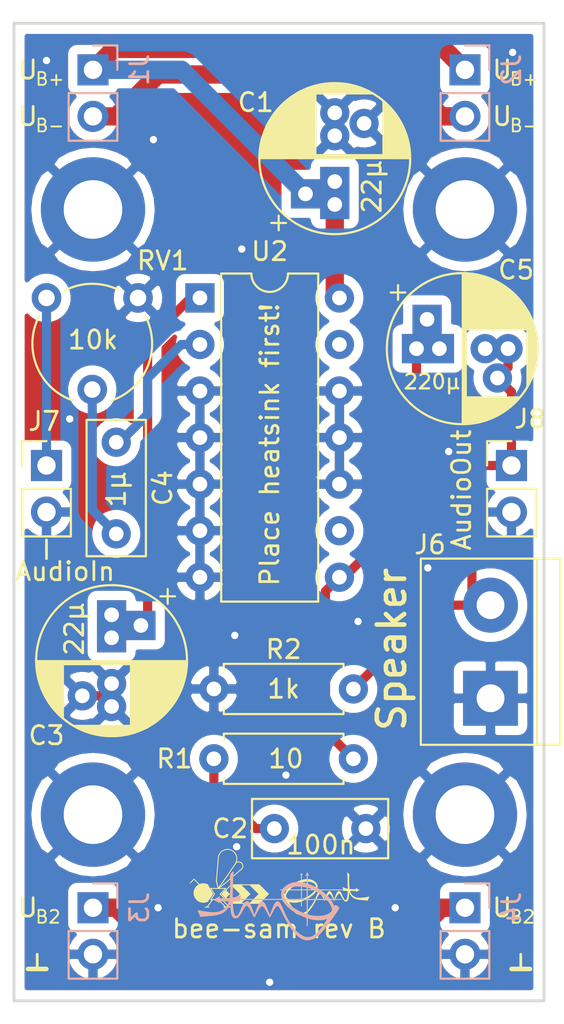
<source format=kicad_pcb>
(kicad_pcb (version 20171130) (host pcbnew 5.1.9+dfsg1-1)
  (layers (0 F.Cu signal) (31 B.Cu signal) (34 B.Paste user) (35 F.Paste user) (36 B.SilkS user) (37 F.SilkS user) (38 B.Mask user) (39 F.Mask user) (44 Edge.Cuts user))
  (net 0 "")
  (net 1 -15V)
  (net 2 +15V)
  (net 3 GND)
  (net 4 +5V)
  (net 5 "Net-(C3-Pad1)")
  (net 6 "Net-(C5-Pad2)")
  (net 7 "Net-(C2-Pad1)")
  (net 8 "Net-(J7-Pad1)")
  (net 9 "Net-(C5-Pad1)")
  (net 10 "Net-(C4-Pad2)")
  (net 11 "Net-(C4-Pad1)")
  (net 12 "Net-(U2-Pad13)")
  (net 13 "Net-(U2-Pad9)")
  (module Resistor_THT:R_Axial_DIN0207_L6.3mm_D2.5mm_P7.62mm_Horizontal (layer F.Cu) (at 92.964 129.032 180)
    (fp_text reference R1 (at 9.779 0) (layer F.SilkS))
    (fp_text value 10 (at 3.683 0) (layer F.SilkS))
    (pad 2 thru_hole oval (at 7.62 0 180) (size 1.6 1.6) (drill 0.8) (layers *.Cu *.Mask) (net 7 "Net-(C2-Pad1)"))
    (pad 1 thru_hole circle (at 0 0 180) (size 1.6 1.6) (drill 0.8) (layers *.Cu *.Mask) (net 9 "Net-(C5-Pad1)"))
  )
  (module Symbol-emt:EMT-Logo_8.2x4.1mm_Silkscreen (layer B.Cu) (at 88.4 137.05 180)
    (fp_text reference H15)
    (fp_text value Silkscreen_Label)
  )
  (module kicad-footprints-bee:CP_Radial_D8.0mm_P2.50mm_P3.80mm_P5.00mm (layer F.Cu) (at 97.663 106.6546)
    (fp_text reference C5 (at 4.191 -4.2926) (layer F.SilkS))
    (fp_text value 220µ (at -0.381 1.8034) (layer F.SilkS) (effects (font (size 0.8 0.8) (thickness 0.13))))
    (pad 2 thru_hole circle (at 3.75 0) (size 1.6 1.6) (drill 0.8) (layers *.Cu *.Mask) (net 6 "Net-(C5-Pad2)"))
    (pad 1 thru_hole rect (at -1.25 0) (size 1.6 1.6) (drill 0.8) (layers *.Cu *.Mask) (net 9 "Net-(C5-Pad1)"))
    (pad 2 thru_hole circle (at 3.170937 1.6) (size 1.6 1.6) (drill 0.8) (layers *.Cu *.Mask) (net 6 "Net-(C5-Pad2)"))
    (pad 1 thru_hole rect (at -0.670937 -1.6) (size 1.6 1.6) (drill 0.8) (layers *.Cu *.Mask) (net 9 "Net-(C5-Pad1)"))
    (pad 2 thru_hole circle (at 2.5 0) (size 1.6 1.6) (drill 0.8) (layers *.Cu *.Mask) (net 6 "Net-(C5-Pad2)"))
    (pad 1 thru_hole rect (at 0 0) (size 1.6 1.6) (drill 0.8) (layers *.Cu *.Mask) (net 9 "Net-(C5-Pad1)"))
  )
  (module kicad-footprints-bee:CP_Radial_D8.0mm_P2.50mm_P3.80mm_P5.00mm (layer F.Cu) (at 79.756 122.428 270)
    (fp_text reference C3 (at 5.334 3.556 180) (layer F.SilkS))
    (fp_text value 22µ (at -0.508 2.032 270) (layer F.SilkS))
    (pad 2 thru_hole circle (at 3.75 0 270) (size 1.6 1.6) (drill 0.8) (layers *.Cu *.Mask) (net 3 GND))
    (pad 1 thru_hole rect (at -1.25 0 270) (size 1.6 1.6) (drill 0.8) (layers *.Cu *.Mask) (net 5 "Net-(C3-Pad1)"))
    (pad 2 thru_hole circle (at 3.170937 1.6 270) (size 1.6 1.6) (drill 0.8) (layers *.Cu *.Mask) (net 3 GND))
    (pad 1 thru_hole rect (at -0.670937 -1.6 270) (size 1.6 1.6) (drill 0.8) (layers *.Cu *.Mask) (net 5 "Net-(C3-Pad1)"))
    (pad 2 thru_hole circle (at 2.5 0 270) (size 1.6 1.6) (drill 0.8) (layers *.Cu *.Mask) (net 3 GND))
    (pad 1 thru_hole rect (at 0 0 270) (size 1.6 1.6) (drill 0.8) (layers *.Cu *.Mask) (net 5 "Net-(C3-Pad1)"))
  )
  (module kicad-footprints-bee:CP_Radial_D8.0mm_P2.50mm_P3.80mm_P5.00mm (layer F.Cu) (at 91.948 97.536 90)
    (fp_text reference C1 (at 4.318 -4.318 180) (layer F.SilkS))
    (fp_text value 22µ (at -0.254 2.032 90) (layer F.SilkS))
    (pad 2 thru_hole circle (at 3.75 0 90) (size 1.6 1.6) (drill 0.8) (layers *.Cu *.Mask) (net 3 GND))
    (pad 1 thru_hole rect (at -1.25 0 90) (size 1.6 1.6) (drill 0.8) (layers *.Cu *.Mask) (net 2 +15V))
    (pad 2 thru_hole circle (at 3.170937 1.6 90) (size 1.6 1.6) (drill 0.8) (layers *.Cu *.Mask) (net 3 GND))
    (pad 1 thru_hole rect (at -0.670937 -1.6 90) (size 1.6 1.6) (drill 0.8) (layers *.Cu *.Mask) (net 2 +15V))
    (pad 2 thru_hole circle (at 2.5 0 90) (size 1.6 1.6) (drill 0.8) (layers *.Cu *.Mask) (net 3 GND))
    (pad 1 thru_hole rect (at 0 0 90) (size 1.6 1.6) (drill 0.8) (layers *.Cu *.Mask) (net 2 +15V))
  )
  (module Capacitor_THT:C_Rect_L7.2mm_W3.0mm_P5.00mm_FKS2_FKP2_MKS2_MKP2 (layer F.Cu) (at 80.01 111.76 270)
    (fp_text reference C4 (at 2.5 -2.54 90) (layer F.SilkS))
    (fp_text value 1µ (at 2.54 0 90) (layer F.SilkS))
    (pad 2 thru_hole circle (at 5 0 270) (size 1.6 1.6) (drill 0.8) (layers *.Cu *.Mask) (net 10 "Net-(C4-Pad2)"))
    (pad 1 thru_hole circle (at 0 0 270) (size 1.6 1.6) (drill 0.8) (layers *.Cu *.Mask) (net 11 "Net-(C4-Pad1)"))
  )
  (module TerminalBlock:TerminalBlock_bornier-2_P5.08mm (layer F.Cu) (at 100.457 125.73 90)
    (fp_text reference J6 (at 8.382 -3.302 180) (layer F.SilkS))
    (fp_text value Speaker)
    (pad 2 thru_hole circle (at 5.08 0 90) (size 3 3) (drill 1.52) (layers *.Cu *.Mask) (net 6 "Net-(C5-Pad2)"))
    (pad 1 thru_hole rect (at 0 0 90) (size 3 3) (drill 1.52) (layers *.Cu *.Mask) (net 3 GND))
  )
  (module Connector_PinHeader_2.54mm:PinHeader_1x02_P2.54mm_Vertical (layer F.Cu) (at 101.6 113.03)
    (fp_text reference J8 (at 1.016 -2.54) (layer F.SilkS))
    (fp_text value AudioOut (at -2.7305 1.3335 90) (layer F.SilkS))
    (pad 2 thru_hole oval (at 0 2.54) (size 1.7 1.7) (drill 1) (layers *.Cu *.Mask) (net 3 GND))
    (pad 1 thru_hole rect (at 0 0) (size 1.7 1.7) (drill 1) (layers *.Cu *.Mask) (net 6 "Net-(C5-Pad2)"))
  )
  (module Connector_PinHeader_2.54mm:PinHeader_1x02_P2.54mm_Vertical (layer F.Cu) (at 76.2 113.03)
    (fp_text reference J7 (at -0.127 -2.413) (layer F.SilkS))
    (fp_text value AudioIn (at 1.016 5.7785) (layer F.SilkS))
    (pad 2 thru_hole oval (at 0 2.54) (size 1.7 1.7) (drill 1) (layers *.Cu *.Mask) (net 3 GND))
    (pad 1 thru_hole rect (at 0 0) (size 1.7 1.7) (drill 1) (layers *.Cu *.Mask) (net 8 "Net-(J7-Pad1)"))
  )
  (module Potentiometer_THT:Potentiometer_Piher_PT-6-V_Vertical (layer F.Cu) (at 76.2 103.886 270)
    (fp_text reference RV1 (at -2.032 -6.35 180) (layer F.SilkS))
    (fp_text value 10k (at 2.286 -2.54 180) (layer F.SilkS))
    (pad 1 thru_hole circle (at 0 0 270) (size 1.62 1.62) (drill 0.9) (layers *.Cu *.Mask) (net 8 "Net-(J7-Pad1)"))
    (pad 2 thru_hole circle (at 5 -2.5 270) (size 1.62 1.62) (drill 0.9) (layers *.Cu *.Mask) (net 10 "Net-(C4-Pad2)"))
    (pad 3 thru_hole circle (at 0 -5 270) (size 1.62 1.62) (drill 0.9) (layers *.Cu *.Mask) (net 3 GND))
  )
  (module Capacitor_THT:C_Rect_L7.2mm_W3.0mm_P5.00mm_FKS2_FKP2_MKS2_MKP2 (layer F.Cu) (at 88.646 132.842)
    (fp_text reference C2 (at -2.413 0) (layer F.SilkS))
    (fp_text value 100n (at 2.54 0.889) (layer F.SilkS))
    (pad 2 thru_hole circle (at 5 0) (size 1.6 1.6) (drill 0.8) (layers *.Cu *.Mask) (net 3 GND))
    (pad 1 thru_hole circle (at 0 0) (size 1.6 1.6) (drill 0.8) (layers *.Cu *.Mask) (net 7 "Net-(C2-Pad1)"))
  )
  (module Resistor_THT:R_Axial_DIN0207_L6.3mm_D2.5mm_P7.62mm_Horizontal (layer F.Cu) (at 92.964 125.222 180)
    (fp_text reference R2 (at 3.81 2.159) (layer F.SilkS))
    (fp_text value 1k (at 3.81 0) (layer F.SilkS))
    (pad 2 thru_hole oval (at 7.62 0 180) (size 1.6 1.6) (drill 0.8) (layers *.Cu *.Mask) (net 3 GND))
    (pad 1 thru_hole circle (at 0 0 180) (size 1.6 1.6) (drill 0.8) (layers *.Cu *.Mask) (net 6 "Net-(C5-Pad2)"))
  )
  (module Package_DIP:DIP-14_W7.62mm (layer F.Cu) (at 84.582 103.886)
    (fp_text reference U2 (at 3.81 -2.54) (layer F.SilkS))
    (fp_text value LM380N)
    (pad 14 thru_hole oval (at 7.62 0) (size 1.6 1.6) (drill 0.8) (layers *.Cu *.Mask) (net 2 +15V))
    (pad 7 thru_hole oval (at 0 15.24) (size 1.6 1.6) (drill 0.8) (layers *.Cu *.Mask) (net 3 GND))
    (pad 13 thru_hole oval (at 7.62 2.54) (size 1.6 1.6) (drill 0.8) (layers *.Cu *.Mask) (net 12 "Net-(U2-Pad13)"))
    (pad 6 thru_hole oval (at 0 12.7) (size 1.6 1.6) (drill 0.8) (layers *.Cu *.Mask) (net 3 GND))
    (pad 12 thru_hole oval (at 7.62 5.08) (size 1.6 1.6) (drill 0.8) (layers *.Cu *.Mask) (net 3 GND))
    (pad 5 thru_hole oval (at 0 10.16) (size 1.6 1.6) (drill 0.8) (layers *.Cu *.Mask) (net 3 GND))
    (pad 11 thru_hole oval (at 7.62 7.62) (size 1.6 1.6) (drill 0.8) (layers *.Cu *.Mask) (net 3 GND))
    (pad 4 thru_hole oval (at 0 7.62) (size 1.6 1.6) (drill 0.8) (layers *.Cu *.Mask) (net 3 GND))
    (pad 10 thru_hole oval (at 7.62 10.16) (size 1.6 1.6) (drill 0.8) (layers *.Cu *.Mask) (net 3 GND))
    (pad 3 thru_hole oval (at 0 5.08) (size 1.6 1.6) (drill 0.8) (layers *.Cu *.Mask) (net 3 GND))
    (pad 9 thru_hole oval (at 7.62 12.7) (size 1.6 1.6) (drill 0.8) (layers *.Cu *.Mask) (net 13 "Net-(U2-Pad9)"))
    (pad 2 thru_hole oval (at 0 2.54) (size 1.6 1.6) (drill 0.8) (layers *.Cu *.Mask) (net 11 "Net-(C4-Pad1)"))
    (pad 8 thru_hole oval (at 7.62 15.24) (size 1.6 1.6) (drill 0.8) (layers *.Cu *.Mask) (net 9 "Net-(C5-Pad1)"))
    (pad 1 thru_hole rect (at 0 0) (size 1.6 1.6) (drill 0.8) (layers *.Cu *.Mask) (net 5 "Net-(C3-Pad1)"))
  )
  (module Connector_PinHeader_2.54mm:PinHeader_1x02_P2.54mm_Vertical (layer B.Cu) (at 78.74 91.44 180)
    (fp_text reference J1 (at -2.54 0 270) (layer B.SilkS) (effects (justify mirror)))
    (fp_text value Conn_01x02_Male)
    (pad 2 thru_hole oval (at 0 -2.54 180) (size 1.7 1.7) (drill 1) (layers *.Cu *.Mask) (net 1 -15V))
    (pad 1 thru_hole rect (at 0 0 180) (size 1.7 1.7) (drill 1) (layers *.Cu *.Mask) (net 2 +15V))
  )
  (module Connector_PinHeader_2.54mm:PinHeader_1x02_P2.54mm_Vertical (layer B.Cu) (at 99.06 91.44 180)
    (fp_text reference J2 (at -2.54 0 270) (layer B.SilkS) (effects (justify mirror)))
    (fp_text value Conn_01x02_Male)
    (pad 2 thru_hole oval (at 0 -2.54 180) (size 1.7 1.7) (drill 1) (layers *.Cu *.Mask) (net 1 -15V))
    (pad 1 thru_hole rect (at 0 0 180) (size 1.7 1.7) (drill 1) (layers *.Cu *.Mask) (net 2 +15V))
  )
  (module Connector_PinHeader_2.54mm:PinHeader_1x02_P2.54mm_Vertical (layer B.Cu) (at 78.74 137.16 180)
    (fp_text reference J3 (at -2.54 0 270) (layer B.SilkS) (effects (justify mirror)))
    (fp_text value Conn_01x02_Male)
    (pad 2 thru_hole oval (at 0 -2.54 180) (size 1.7 1.7) (drill 1) (layers *.Cu *.Mask) (net 3 GND))
    (pad 1 thru_hole rect (at 0 0 180) (size 1.7 1.7) (drill 1) (layers *.Cu *.Mask) (net 4 +5V))
  )
  (module Connector_PinHeader_2.54mm:PinHeader_1x02_P2.54mm_Vertical (layer B.Cu) (at 99.06 137.16 180)
    (fp_text reference J4 (at -2.54 0 270) (layer B.SilkS) (effects (justify mirror)))
    (fp_text value Conn_01x02_Male)
    (pad 2 thru_hole oval (at 0 -2.54 180) (size 1.7 1.7) (drill 1) (layers *.Cu *.Mask) (net 3 GND))
    (pad 1 thru_hole rect (at 0 0 180) (size 1.7 1.7) (drill 1) (layers *.Cu *.Mask) (net 4 +5V))
  )
  (module MountingHole:MountingHole_3.2mm_M3_ISO7380_Pad (layer F.Cu) (at 78.74 99.06)
    (fp_text reference H9 hide)
    (fp_text value MountingHole_Pad)
    (pad 1 thru_hole circle (at 0 0) (size 5.7 5.7) (drill 3.2) (layers *.Cu *.Mask) (net 3 GND))
  )
  (module MountingHole:MountingHole_3.2mm_M3_ISO7380_Pad (layer F.Cu) (at 78.74 132.08)
    (fp_text reference H10 hide)
    (fp_text value MountingHole_Pad)
    (pad 1 thru_hole circle (at 0 0) (size 5.7 5.7) (drill 3.2) (layers *.Cu *.Mask) (net 3 GND))
  )
  (module MountingHole:MountingHole_3.2mm_M3_ISO7380_Pad (layer F.Cu) (at 99.06 99.06)
    (fp_text reference H11 hide)
    (fp_text value MountingHole_Pad)
    (pad 1 thru_hole circle (at 0 0) (size 5.7 5.7) (drill 3.2) (layers *.Cu *.Mask) (net 3 GND))
  )
  (module MountingHole:MountingHole_3.2mm_M3_ISO7380_Pad (layer F.Cu) (at 99.06 132.08)
    (fp_text reference H12 hide)
    (fp_text value MountingHole_Pad)
    (pad 1 thru_hole circle (at 0 0) (size 5.7 5.7) (drill 3.2) (layers *.Cu *.Mask) (net 3 GND))
  )
  (module Symbol-bee:BEE-Logo_Silkscreen_small (layer F.Cu) (at 85.95 136.398)
    (fp_text reference H14 hide)
    (fp_text value Silkscreen_Label hide)
  )
  (module Symbol-bee:EMT-Logo_5.1x2.5mm_Silkscreen (layer F.Cu) (at 91.4 136.398)
    (fp_text reference H13 hide)
    (fp_text value Silkscreen_Label hide)
  )
  (module Symbol-bee:Text_U_B-_Silkscreen (layer F.Cu) (at 101.092 93.98)
    (fp_text reference H4 hide)
    (fp_text value Silkscreen_Label hide)
    (fp_text user U (at 0 0) (layer F.SilkS))
    (fp_text user B- (at 1.2 0.5) (layer F.SilkS) (effects (font (size 0.7 0.7) (thickness 0.1))))
  )
  (module Symbol-bee:Text_U_B+_Silkscreen (layer F.Cu) (at 75.184 91.44)
    (fp_text reference H1 hide)
    (fp_text value Silkscreen_Label hide)
    (fp_text user B+ (at 1.2 0.5) (layer F.SilkS) (effects (font (size 0.7 0.7) (thickness 0.1))))
    (fp_text user U (at 0 0) (layer F.SilkS))
  )
  (module Symbol-bee:Text_U_B+_Silkscreen (layer F.Cu) (at 101.092 91.44)
    (fp_text reference H2 hide)
    (fp_text value Silkscreen_Label hide)
    (fp_text user U (at 0 0) (layer F.SilkS))
    (fp_text user B+ (at 1.2 0.5) (layer F.SilkS) (effects (font (size 0.7 0.7) (thickness 0.1))))
  )
  (module Symbol-bee:Text_U_B-_Silkscreen (layer F.Cu) (at 75.184 93.98)
    (fp_text reference H3 hide)
    (fp_text value Silkscreen_Label hide)
    (fp_text user B- (at 1.2 0.5) (layer F.SilkS) (effects (font (size 0.7 0.7) (thickness 0.1))))
    (fp_text user U (at 0 0) (layer F.SilkS))
  )
  (module Symbol-bee:Text_U_B2_Silkscreen (layer F.Cu) (at 75.184 137.16)
    (fp_text reference H5 hide)
    (fp_text value Silkscreen_Label hide)
    (fp_text user U (at 0 0) (layer F.SilkS))
    (fp_text user B2 (at 1.1 0.5) (layer F.SilkS) (effects (font (size 0.7 0.7) (thickness 0.1))))
  )
  (module Symbol-bee:Text_U_B2_Silkscreen (layer F.Cu) (at 101.092 137.16)
    (fp_text reference H6 hide)
    (fp_text value Silkscreen_Label hide)
    (fp_text user B2 (at 1.1 0.5) (layer F.SilkS) (effects (font (size 0.7 0.7) (thickness 0.1))))
    (fp_text user U (at 0 0) (layer F.SilkS))
  )
  (module Symbol-bee:Symbol_GND_Silkscreen (layer F.Cu) (at 75.692 139.7)
    (fp_text reference H7 hide)
    (fp_text value Silkscreen_Label hide)
  )
  (module Symbol-bee:Symbol_GND_Silkscreen (layer F.Cu) (at 102.108 139.7)
    (fp_text reference H8 hide)
    (fp_text value Silkscreen_Label hide)
  )
  (gr_line (start 76.2 117.094) (end 76.2 118.11) (layer F.SilkS) (width 0.15))
  (gr_text Speaker (at 95.0595 123.063 90) (layer F.SilkS) (effects (font (size 1.5 1.5) (thickness 0.25))))
  (gr_text "Place heatsink first!" (at 88.392 111.887 90) (layer F.SilkS) (effects (font (size 1 1))))
  (gr_text "bee-sam rev B" (at 88.9 138.303) (layer F.SilkS) (effects (font (size 1 1))))
  (gr_line (start 103.378 88.9) (end 103.378 142.24) (layer Edge.Cuts) (width 0.15))
  (gr_line (start 74.422 142.24) (end 103.378 142.24) (layer Edge.Cuts) (width 0.15))
  (gr_line (start 74.422 88.9) (end 103.378 88.9) (layer Edge.Cuts) (width 0.15))
  (gr_line (start 74.422 88.9) (end 74.422 142.24) (layer Edge.Cuts) (width 0.15))
  (segment (start 97.79 93.98) (end 99.06 93.98) (width 1) (layer F.Cu) (net 1))
  (segment (start 95.504 91.694) (end 97.79 93.98) (width 1) (layer F.Cu) (net 1))
  (segment (start 82.296 91.694) (end 95.504 91.694) (width 1) (layer F.Cu) (net 1))
  (segment (start 80.01 93.98) (end 82.296 91.694) (width 1) (layer F.Cu) (net 1))
  (segment (start 78.74 93.98) (end 80.01 93.98) (width 1) (layer F.Cu) (net 1))
  (segment (start 97.917 90.297) (end 99.06 91.44) (width 1) (layer F.Cu) (net 2))
  (segment (start 79.883 90.297) (end 97.917 90.297) (width 1) (layer F.Cu) (net 2))
  (segment (start 78.74 91.44) (end 79.883 90.297) (width 1) (layer F.Cu) (net 2))
  (segment (start 91.948 98.786) (end 91.948 97.536) (width 1) (layer F.Cu) (net 2))
  (segment (start 91.368937 98.206937) (end 91.948 98.786) (width 1) (layer F.Cu) (net 2))
  (segment (start 90.348 98.206937) (end 91.368937 98.206937) (width 1) (layer F.Cu) (net 2))
  (segment (start 83.581063 91.44) (end 90.348 98.206937) (width 1) (layer B.Cu) (net 2))
  (segment (start 78.74 91.44) (end 83.581063 91.44) (width 1) (layer B.Cu) (net 2))
  (segment (start 91.948 103.632) (end 92.202 103.886) (width 1) (layer F.Cu) (net 2))
  (segment (start 91.948 98.786) (end 91.948 103.632) (width 1) (layer F.Cu) (net 2))
  (via (at 89.281 129.921) (size 0.8) (drill 0.4) (layers F.Cu B.Cu) (net 3))
  (via (at 86.5886 133.8326) (size 0.8) (drill 0.4) (layers F.Cu B.Cu) (net 3))
  (via (at 82.296 137.16) (size 0.8) (drill 0.4) (layers F.Cu B.Cu) (net 3))
  (via (at 95.25 137.16) (size 0.8) (drill 0.4) (layers F.Cu B.Cu) (net 3))
  (via (at 77.47 110.49) (size 0.8) (drill 0.4) (layers F.Cu B.Cu) (net 3))
  (via (at 82.042 95.25) (size 0.8) (drill 0.4) (layers F.Cu B.Cu) (net 3))
  (via (at 88.392 141.224) (size 0.8) (drill 0.4) (layers F.Cu B.Cu) (net 3))
  (via (at 76.2 90.932) (size 0.8) (drill 0.4) (layers F.Cu B.Cu) (net 3))
  (via (at 101.6635 90.4875) (size 0.8) (drill 0.4) (layers F.Cu B.Cu) (net 3))
  (via (at 86.868 101.219) (size 0.8) (drill 0.4) (layers F.Cu B.Cu) (net 3))
  (segment (start 79.176937 125.598937) (end 79.756 126.178) (width 0.5) (layer F.Cu) (net 3))
  (segment (start 78.156 125.598937) (end 79.176937 125.598937) (width 0.5) (layer F.Cu) (net 3))
  (segment (start 79.756 124.928) (end 79.756 126.178) (width 0.5) (layer F.Cu) (net 3))
  (via (at 97.028 118.618) (size 0.8) (drill 0.4) (layers F.Cu B.Cu) (net 3))
  (via (at 98.171 112.268) (size 0.8) (drill 0.4) (layers F.Cu B.Cu) (net 3))
  (via (at 93.218 121.539) (size 0.8) (drill 0.4) (layers F.Cu B.Cu) (net 3))
  (via (at 86.487 122.301) (size 0.8) (drill 0.4) (layers F.Cu B.Cu) (net 3))
  (segment (start 78.74 137.16) (end 80.01 137.16) (width 1) (layer F.Cu) (net 4))
  (segment (start 99.06 137.16) (end 97.79 137.16) (width 1) (layer F.Cu) (net 4))
  (segment (start 97.79 137.16) (end 95.377 139.573) (width 1) (layer F.Cu) (net 4))
  (segment (start 82.423 139.573) (end 80.01 137.16) (width 1) (layer F.Cu) (net 4))
  (segment (start 95.377 139.573) (end 82.423 139.573) (width 1) (layer F.Cu) (net 4))
  (segment (start 80.426937 121.757063) (end 79.756 122.428) (width 0.5) (layer F.Cu) (net 5))
  (segment (start 81.356 121.757063) (end 80.426937 121.757063) (width 0.5) (layer F.Cu) (net 5))
  (segment (start 79.756 121.178) (end 79.756 122.428) (width 0.5) (layer F.Cu) (net 5))
  (segment (start 80.335063 121.757063) (end 79.756 121.178) (width 0.5) (layer F.Cu) (net 5))
  (segment (start 81.356 121.757063) (end 80.335063 121.757063) (width 0.5) (layer F.Cu) (net 5))
  (segment (start 84.582 103.886) (end 84.074 103.886) (width 0.5) (layer F.Cu) (net 5))
  (segment (start 81.356 121.757063) (end 81.356 121.717) (width 0.5) (layer F.Cu) (net 5))
  (segment (start 81.7245 121.3485) (end 81.7245 106.2355) (width 0.5) (layer F.Cu) (net 5))
  (segment (start 81.356 121.717) (end 81.7245 121.3485) (width 0.5) (layer F.Cu) (net 5))
  (segment (start 84.074 103.886) (end 81.7245 106.2355) (width 0.5) (layer F.Cu) (net 5))
  (segment (start 101.52 112.95) (end 101.6 113.03) (width 0.5) (layer F.Cu) (net 6))
  (segment (start 101.6 109.020663) (end 100.833937 108.2546) (width 0.5) (layer F.Cu) (net 6))
  (segment (start 101.6 113.03) (end 101.6 109.020663) (width 0.5) (layer F.Cu) (net 6))
  (segment (start 100.163 106.6546) (end 101.413 106.6546) (width 0.5) (layer F.Cu) (net 6))
  (segment (start 101.413 107.675537) (end 100.833937 108.2546) (width 0.5) (layer F.Cu) (net 6))
  (segment (start 101.413 106.6546) (end 101.413 107.675537) (width 0.5) (layer F.Cu) (net 6))
  (segment (start 100.584 120.65) (end 99.949 120.65) (width 0.5) (layer F.Cu) (net 6))
  (segment (start 99.949 120.65) (end 99.441 120.142) (width 0.5) (layer F.Cu) (net 6))
  (segment (start 99.441 120.142) (end 99.441 113.665) (width 0.5) (layer F.Cu) (net 6))
  (segment (start 100.076 113.03) (end 101.6 113.03) (width 0.5) (layer F.Cu) (net 6))
  (segment (start 99.441 113.665) (end 100.076 113.03) (width 0.5) (layer F.Cu) (net 6))
  (segment (start 92.964 125.222) (end 97.536 120.65) (width 0.5) (layer F.Cu) (net 6))
  (segment (start 97.536 120.65) (end 100.584 120.65) (width 0.5) (layer F.Cu) (net 6))
  (segment (start 88.646 132.842) (end 87.63 132.842) (width 0.5) (layer F.Cu) (net 7))
  (segment (start 87.63 132.842) (end 85.344 130.556) (width 0.5) (layer F.Cu) (net 7))
  (segment (start 85.344 130.556) (end 85.344 129.032) (width 0.5) (layer F.Cu) (net 7))
  (segment (start 76.2 103.886) (end 76.2 113.03) (width 0.5) (layer B.Cu) (net 8))
  (segment (start 96.992063 105.983663) (end 97.663 106.6546) (width 0.5) (layer F.Cu) (net 9))
  (segment (start 96.992063 105.0546) (end 96.992063 105.983663) (width 0.5) (layer F.Cu) (net 9))
  (segment (start 96.413 115.169) (end 92.456 119.126) (width 0.5) (layer F.Cu) (net 9))
  (segment (start 96.413 106.6546) (end 96.413 115.169) (width 0.5) (layer F.Cu) (net 9))
  (segment (start 91.44 119.888) (end 92.202 119.126) (width 0.5) (layer F.Cu) (net 9))
  (segment (start 91.44 127.508) (end 91.44 119.888) (width 0.5) (layer F.Cu) (net 9))
  (segment (start 92.964 129.032) (end 91.44 127.508) (width 0.5) (layer F.Cu) (net 9))
  (segment (start 80.01 116.76) (end 78.74 115.49) (width 0.5) (layer B.Cu) (net 10))
  (segment (start 78.7 115.45) (end 78.74 115.49) (width 0.5) (layer B.Cu) (net 10))
  (segment (start 78.7 108.886) (end 78.7 115.45) (width 0.5) (layer B.Cu) (net 10))
  (segment (start 83.566 106.426) (end 84.582 106.426) (width 0.5) (layer B.Cu) (net 11))
  (segment (start 80.01 111.76) (end 80.2005 111.76) (width 0.5) (layer B.Cu) (net 11))
  (segment (start 80.2005 111.76) (end 81.7245 110.236) (width 0.5) (layer B.Cu) (net 11))
  (segment (start 81.7245 108.2675) (end 83.566 106.426) (width 0.5) (layer B.Cu) (net 11))
  (segment (start 81.7245 110.236) (end 81.7245 108.2675) (width 0.5) (layer B.Cu) (net 11))
  (zone (net 3) (net_name GND) (layer B.Cu) (connect_pads (clearance 0.508)) (min_thickness 0.254) (fill yes (arc_segments 32) (thermal_gap 0.508) (thermal_bridge_width 0.508))
    (polygon (pts (xy 104.14 143.51) (xy 73.66 143.51) (xy 73.66 87.63) (xy 104.14 87.63)))
  )
  (zone (net 3) (net_name GND) (layer F.Cu) (connect_pads (clearance 0.508)) (min_thickness 0.254) (fill yes (arc_segments 32) (thermal_gap 0.508) (thermal_bridge_width 0.508))
    (polygon (pts (xy 104.14 143.51) (xy 73.66 143.51) (xy 73.66 87.63) (xy 104.14 87.63)))
  )
)
</source>
